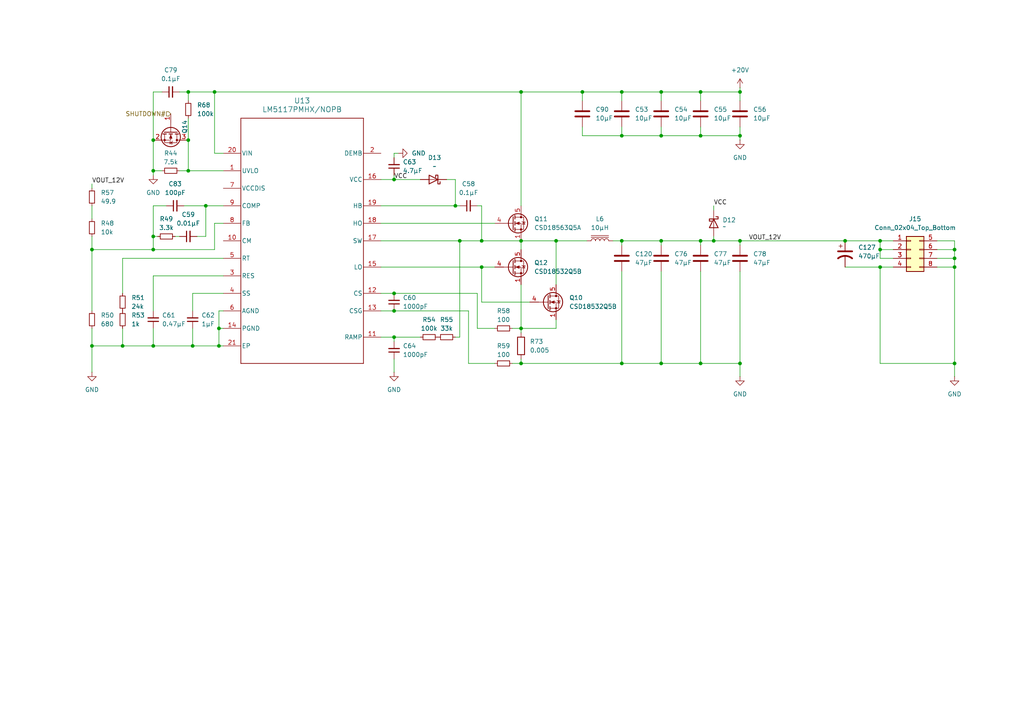
<source format=kicad_sch>
(kicad_sch (version 20231120) (generator "eeschema") (generator_version "8.0")
  (paper "A4")
  (lib_symbols
    (symbol "Connector_Generic:Conn_02x04_Top_Bottom" (pin_names (offset 1.016) hide)
      (property "Reference" "J" (at 1.27 5.08 0))
      (property "Value" "Conn_02x04_Top_Bottom" (at 1.27 -7.62 0))
      (symbol "Conn_02x04_Top_Bottom_1_1"
        (rectangle (start -1.27 -4.953) (end 0 -5.207) (stroke (width 0.1524)))
        (rectangle (start -1.27 -2.413) (end 0 -2.667) (stroke (width 0.1524)))
        (rectangle (start -1.27 0.127) (end 0 -0.127) (stroke (width 0.1524)))
        (rectangle (start -1.27 2.667) (end 0 2.413) (stroke (width 0.1524)))
        (rectangle (start -1.27 3.81) (end 3.81 -6.35) (stroke (width 0.254)) (fill (type background)))
        (rectangle (start 3.81 -4.953) (end 2.54 -5.207) (stroke (width 0.1524)))
        (rectangle (start 3.81 -2.413) (end 2.54 -2.667) (stroke (width 0.1524)))
        (rectangle (start 3.81 0.127) (end 2.54 -0.127) (stroke (width 0.1524)))
        (rectangle (start 3.81 2.667) (end 2.54 2.413) (stroke (width 0.1524)))
        (pin passive line (at -5.08 2.54 0) (length 3.81) (name "Pin_1") (number "1"))
        (pin passive line (at -5.08 0 0) (length 3.81) (name "Pin_2") (number "2"))
        (pin passive line (at -5.08 -2.54 0) (length 3.81) (name "Pin_3") (number "3"))
        (pin passive line (at -5.08 -5.08 0) (length 3.81) (name "Pin_4") (number "4"))
        (pin passive line (at 7.62 2.54 180) (length 3.81) (name "Pin_5") (number "5"))
        (pin passive line (at 7.62 0 180) (length 3.81) (name "Pin_6") (number "6"))
        (pin passive line (at 7.62 -2.54 180) (length 3.81) (name "Pin_7") (number "7"))
        (pin passive line (at 7.62 -5.08 180) (length 3.81) (name "Pin_8") (number "8"))
      )
    )
    (symbol "Device:C" (pin_numbers hide) (pin_names (offset 0.254))
      (property "Reference" "C" (at 0.635 2.54 0))
      (property "Value" "C" (at 0.635 -2.54 0))
      (symbol "C_0_1"
        (polyline (pts (xy -2.032 -0.762) (xy 2.032 -0.762)) (stroke (width 0.508)))
        (polyline (pts (xy -2.032 0.762) (xy 2.032 0.762)) (stroke (width 0.508)))
      )
      (symbol "C_1_1"
        (pin passive line (at 0 3.81 270) (length 2.794) (name "~") (number "1"))
        (pin passive line (at 0 -3.81 90) (length 2.794) (name "~") (number "2"))
      )
    )
    (symbol "Device:C_Polarized_US" (pin_numbers hide) (pin_names (offset 0.254) hide)
      (property "Reference" "C" (at 0.635 2.54 0))
      (property "Value" "C_Polarized_US" (at 0.635 -2.54 0))
      (symbol "C_Polarized_US_0_1"
        (polyline (pts (xy -2.032 0.762) (xy 2.032 0.762)) (stroke (width 0.508)))
        (polyline (pts (xy -1.778 2.286) (xy -0.762 2.286)))
        (polyline (pts (xy -1.27 1.778) (xy -1.27 2.794)))
        (arc (start 2.032 -1.27) (mid 0 -0.5572) (end -2.032 -1.27) (stroke (width 0.508)))
      )
      (symbol "C_Polarized_US_1_1"
        (pin passive line (at 0 3.81 270) (length 2.794) (name "~") (number "1"))
        (pin passive line (at 0 -3.81 90) (length 3.302) (name "~") (number "2"))
      )
    )
    (symbol "Device:C_Small" (pin_numbers hide) (pin_names (offset 0.254) hide)
      (property "Reference" "C" (at 0.254 1.778 0))
      (property "Value" "C_Small" (at 0.254 -2.032 0))
      (symbol "C_Small_0_1"
        (polyline (pts (xy -1.524 -0.508) (xy 1.524 -0.508)) (stroke (width 0.3302)))
        (polyline (pts (xy -1.524 0.508) (xy 1.524 0.508)) (stroke (width 0.3048)))
      )
      (symbol "C_Small_1_1"
        (pin passive line (at 0 2.54 270) (length 2.032) (name "~") (number "1"))
        (pin passive line (at 0 -2.54 90) (length 2.032) (name "~") (number "2"))
      )
    )
    (symbol "Device:D_Schottky" (pin_numbers hide) (pin_names (offset 1.016) hide)
      (property "Reference" "D" (at 0 2.54 0))
      (property "Value" "D_Schottky" (at 0 -2.54 0))
      (symbol "D_Schottky_0_1"
        (polyline (pts (xy 1.27 0) (xy -1.27 0)))
        (polyline (pts (xy 1.27 1.27) (xy 1.27 -1.27) (xy -1.27 0) (xy 1.27 1.27)) (stroke (width 0.254)))
        (polyline (pts (xy -1.905 0.635) (xy -1.905 1.27) (xy -1.27 1.27) (xy -1.27 -1.27) (xy -0.635 -1.27) (xy -0.635 -0.635)) (stroke (width 0.254)))
      )
      (symbol "D_Schottky_1_1"
        (pin passive line (at -3.81 0 0) (length 2.54) (name "K") (number "1"))
        (pin passive line (at 3.81 0 180) (length 2.54) (name "A") (number "2"))
      )
    )
    (symbol "Device:L_Iron" (pin_numbers hide) (pin_names (offset 1.016) hide)
      (property "Reference" "L" (at -1.27 0 90))
      (property "Value" "L_Iron" (at 2.794 0 90))
      (symbol "L_Iron_0_1"
        (arc (start 0 -2.54) (mid 0.6323 -1.905) (end 0 -1.27))
        (arc (start 0 -1.27) (mid 0.6323 -0.635) (end 0 0))
        (polyline (pts (xy 1.016 2.54) (xy 1.016 -2.54)))
        (polyline (pts (xy 1.524 -2.54) (xy 1.524 2.54)))
        (arc (start 0 0) (mid 0.6323 0.635) (end 0 1.27))
        (arc (start 0 1.27) (mid 0.6323 1.905) (end 0 2.54))
      )
      (symbol "L_Iron_1_1"
        (pin passive line (at 0 3.81 270) (length 1.27) (name "1") (number "1"))
        (pin passive line (at 0 -3.81 90) (length 1.27) (name "2") (number "2"))
      )
    )
    (symbol "Device:R" (pin_numbers hide) (pin_names (offset 0))
      (property "Reference" "R" (at 2.032 0 90))
      (property "Value" "R" (at 0 0 90))
      (symbol "R_0_1"
        (rectangle (start -1.016 -2.54) (end 1.016 2.54) (stroke (width 0.254)))
      )
      (symbol "R_1_1"
        (pin passive line (at 0 3.81 270) (length 1.27) (name "~") (number "1"))
        (pin passive line (at 0 -3.81 90) (length 1.27) (name "~") (number "2"))
      )
    )
    (symbol "Device:R_Small" (pin_numbers hide) (pin_names (offset 0.254) hide)
      (property "Reference" "R" (at 0.762 0.508 0))
      (property "Value" "R_Small" (at 0.762 -1.016 0))
      (symbol "R_Small_0_1"
        (rectangle (start -0.762 1.778) (end 0.762 -1.778) (stroke (width 0.2032)))
      )
      (symbol "R_Small_1_1"
        (pin passive line (at 0 2.54 270) (length 0.762) (name "~") (number "1"))
        (pin passive line (at 0 -2.54 90) (length 0.762) (name "~") (number "2"))
      )
    )
    (symbol "LM5117PMH:LM5117PMH_NOPB" (pin_names (offset 0.254))
      (property "Reference" "U" (at 0 2.54 0))
      (property "Value" "LM5117PMH/NOPB" (at 0 0 0))
      (symbol "LM5117PMH_NOPB_0_1"
        (polyline (pts (xy -17.78 -35.56) (xy 17.78 -35.56)) (stroke (width 0.2032)))
        (polyline (pts (xy -17.78 35.56) (xy -17.78 -35.56)) (stroke (width 0.2032)))
        (polyline (pts (xy 17.78 -35.56) (xy 17.78 35.56)) (stroke (width 0.2032)))
        (polyline (pts (xy 17.78 35.56) (xy -17.78 35.56)) (stroke (width 0.2032)))
        (pin input line (at -22.86 20.32 0) (length 5.08) (name "UVLO") (number "1"))
        (pin output line (at -22.86 0 0) (length 5.08) (name "CM") (number "10"))
        (pin input line (at 22.86 -27.94 180) (length 5.08) (name "RAMP") (number "11"))
        (pin input line (at 22.86 -15.24 180) (length 5.08) (name "CS") (number "12"))
        (pin input line (at 22.86 -20.32 180) (length 5.08) (name "CSG") (number "13"))
        (pin power_in line (at -22.86 -25.4 0) (length 5.08) (name "PGND") (number "14"))
        (pin output line (at 22.86 -7.62 180) (length 5.08) (name "LO") (number "15"))
        (pin power_in line (at 22.86 17.78 180) (length 5.08) (name "VCC") (number "16"))
        (pin power_in line (at 22.86 0 180) (length 5.08) (name "SW") (number "17"))
        (pin output line (at 22.86 5.08 180) (length 5.08) (name "HO") (number "18"))
        (pin output line (at 22.86 10.16 180) (length 5.08) (name "HB") (number "19"))
        (pin unspecified line (at 22.86 25.4 180) (length 5.08) (name "DEMB") (number "2"))
        (pin power_in line (at -22.86 25.4 0) (length 5.08) (name "VIN") (number "20"))
        (pin unspecified line (at -22.86 -30.48 0) (length 5.08) (name "EP") (number "21"))
        (pin input line (at -22.86 -10.16 0) (length 5.08) (name "RES") (number "3"))
        (pin input line (at -22.86 -15.24 0) (length 5.08) (name "SS") (number "4"))
        (pin input line (at -22.86 -5.08 0) (length 5.08) (name "RT") (number "5"))
        (pin power_in line (at -22.86 -20.32 0) (length 5.08) (name "AGND") (number "6"))
        (pin unspecified line (at -22.86 15.24 0) (length 5.08) (name "VCCDIS") (number "7"))
        (pin input line (at -22.86 5.08 0) (length 5.08) (name "FB") (number "8"))
        (pin output line (at -22.86 10.16 0) (length 5.08) (name "COMP") (number "9"))
      )
    )
    (symbol "Transistor_FET:BSS214NW" (pin_names hide)
      (property "Reference" "Q" (at 5.08 1.905 0))
      (property "Value" "BSS214NW" (at 5.08 0 0))
      (symbol "BSS214NW_0_1"
        (polyline (pts (xy 0.254 0) (xy -2.54 0)))
        (polyline (pts (xy 0.254 1.905) (xy 0.254 -1.905)) (stroke (width 0.254)))
        (polyline (pts (xy 0.762 -1.27) (xy 0.762 -2.286)) (stroke (width 0.254)))
        (polyline (pts (xy 0.762 0.508) (xy 0.762 -0.508)) (stroke (width 0.254)))
        (polyline (pts (xy 0.762 2.286) (xy 0.762 1.27)) (stroke (width 0.254)))
        (polyline (pts (xy 2.54 2.54) (xy 2.54 1.778)))
        (polyline (pts (xy 2.54 -2.54) (xy 2.54 0) (xy 0.762 0)))
        (polyline (pts (xy 0.762 -1.778) (xy 3.302 -1.778) (xy 3.302 1.778) (xy 0.762 1.778)))
        (polyline (pts (xy 1.016 0) (xy 2.032 0.381) (xy 2.032 -0.381) (xy 1.016 0)) (fill (type outline)))
        (polyline (pts (xy 2.794 0.508) (xy 2.921 0.381) (xy 3.683 0.381) (xy 3.81 0.254)))
        (polyline (pts (xy 3.302 0.381) (xy 2.921 -0.254) (xy 3.683 -0.254) (xy 3.302 0.381)))
        (circle (center 1.651 0) (radius 2.794) (stroke (width 0.254)))
        (circle (center 2.54 -1.778) (radius 0.254) (fill (type outline)))
        (circle (center 2.54 1.778) (radius 0.254) (fill (type outline)))
      )
      (symbol "BSS214NW_1_1"
        (pin input line (at -5.08 0 0) (length 2.54) (name "G") (number "1"))
        (pin passive line (at 2.54 -5.08 90) (length 2.54) (name "S") (number "2"))
        (pin passive line (at 2.54 5.08 270) (length 2.54) (name "D") (number "3"))
      )
    )
    (symbol "Transistor_FET:CSD18532Q5B" (pin_names hide)
      (property "Reference" "Q" (at 5.08 1.905 0))
      (property "Value" "CSD18532Q5B" (at 5.08 0 0))
      (symbol "CSD18532Q5B_0_1"
        (polyline (pts (xy 0.254 0) (xy -2.54 0)))
        (polyline (pts (xy 0.254 1.905) (xy 0.254 -1.905)) (stroke (width 0.254)))
        (polyline (pts (xy 0.762 -1.27) (xy 0.762 -2.286)) (stroke (width 0.254)))
        (polyline (pts (xy 0.762 0.508) (xy 0.762 -0.508)) (stroke (width 0.254)))
        (polyline (pts (xy 0.762 2.286) (xy 0.762 1.27)) (stroke (width 0.254)))
        (polyline (pts (xy 2.54 2.54) (xy 2.54 1.778)))
        (polyline (pts (xy 2.54 -2.54) (xy 2.54 0) (xy 0.762 0)))
        (polyline (pts (xy 0.762 -1.778) (xy 3.302 -1.778) (xy 3.302 1.778) (xy 0.762 1.778)))
        (polyline (pts (xy 1.016 0) (xy 2.032 0.381) (xy 2.032 -0.381) (xy 1.016 0)) (fill (type outline)))
        (polyline (pts (xy 2.794 0.508) (xy 2.921 0.381) (xy 3.683 0.381) (xy 3.81 0.254)))
        (polyline (pts (xy 3.302 0.381) (xy 2.921 -0.254) (xy 3.683 -0.254) (xy 3.302 0.381)))
        (circle (center 1.651 0) (radius 2.794) (stroke (width 0.254)))
        (circle (center 2.54 -1.778) (radius 0.254) (fill (type outline)))
        (circle (center 2.54 1.778) (radius 0.254) (fill (type outline)))
      )
      (symbol "CSD18532Q5B_1_1"
        (pin passive line (at 2.54 -5.08 90) (length 2.54) (name "S") (number "1"))
        (pin passive line (at 2.54 -5.08 90) (length 2.54) hide (name "S") (number "2"))
        (pin passive line (at 2.54 -5.08 90) (length 2.54) hide (name "S") (number "3"))
        (pin passive line (at -5.08 0 0) (length 2.54) (name "G") (number "4"))
        (pin passive line (at 2.54 5.08 270) (length 2.54) (name "D") (number "5"))
      )
    )
    (symbol "Transistor_FET:CSD18563Q5A" (pin_names hide)
      (property "Reference" "Q" (at 5.08 1.905 0))
      (property "Value" "CSD18563Q5A" (at 5.08 0 0))
      (symbol "CSD18563Q5A_0_1"
        (polyline (pts (xy 0.254 0) (xy -2.54 0)))
        (polyline (pts (xy 0.254 1.905) (xy 0.254 -1.905)) (stroke (width 0.254)))
        (polyline (pts (xy 0.762 -1.27) (xy 0.762 -2.286)) (stroke (width 0.254)))
        (polyline (pts (xy 0.762 0.508) (xy 0.762 -0.508)) (stroke (width 0.254)))
        (polyline (pts (xy 0.762 2.286) (xy 0.762 1.27)) (stroke (width 0.254)))
        (polyline (pts (xy 2.54 2.54) (xy 2.54 1.778)))
        (polyline (pts (xy 2.54 -2.54) (xy 2.54 0) (xy 0.762 0)))
        (polyline (pts (xy 0.762 -1.778) (xy 3.302 -1.778) (xy 3.302 1.778) (xy 0.762 1.778)))
        (polyline (pts (xy 1.016 0) (xy 2.032 0.381) (xy 2.032 -0.381) (xy 1.016 0)) (fill (type outline)))
        (polyline (pts (xy 2.794 0.508) (xy 2.921 0.381) (xy 3.683 0.381) (xy 3.81 0.254)))
        (polyline (pts (xy 3.302 0.381) (xy 2.921 -0.254) (xy 3.683 -0.254) (xy 3.302 0.381)))
        (circle (center 1.651 0) (radius 2.794) (stroke (width 0.254)))
        (circle (center 2.54 -1.778) (radius 0.254) (fill (type outline)))
        (circle (center 2.54 1.778) (radius 0.254) (fill (type outline)))
      )
      (symbol "CSD18563Q5A_1_1"
        (pin passive line (at 2.54 -5.08 90) (length 2.54) (name "S") (number "1"))
        (pin passive line (at 2.54 -5.08 90) (length 2.54) hide (name "S") (number "2"))
        (pin passive line (at 2.54 -5.08 90) (length 2.54) hide (name "S") (number "3"))
        (pin passive line (at -5.08 0 0) (length 2.54) (name "G") (number "4"))
        (pin passive line (at 2.54 5.08 270) (length 2.54) (name "D") (number "5"))
      )
    )
    (symbol "XG_Mobile:+20V" (power) (pin_numbers hide) (pin_names (offset 0) hide)
      (property "Value" "+20V" (at 0 3.556 0))
      (symbol "+20V_0_1"
        (polyline (pts (xy -0.762 1.27) (xy 0 2.54)))
        (polyline (pts (xy 0 0) (xy 0 2.54)))
        (polyline (pts (xy 0 2.54) (xy 0.762 1.27)))
      )
      (symbol "+20V_1_1"
        (pin power_in line (at 0 0 90) (length 0) (name "~") (number "1"))
      )
    )
    (symbol "power:GND" (power) (pin_numbers hide) (pin_names (offset 0) hide)
      (property "Value" "GND" (at 0 -3.81 0))
      (symbol "GND_0_1"
        (polyline (pts (xy 0 0) (xy 0 -1.27) (xy 1.27 -1.27) (xy 0 -2.54) (xy -1.27 -1.27) (xy 0 -1.27)))
      )
      (symbol "GND_1_1"
        (pin power_in line (at 0 0 270) (length 0) (name "~") (number "1"))
      )
    )
  )
  (junction (at 59.69 59.69))
  (junction (at 203.2 105.41))
  (junction (at 44.45 100.33))
  (junction (at 44.45 40.64))
  (junction (at 191.77 39.37))
  (junction (at 151.13 105.41))
  (junction (at 35.56 100.33))
  (junction (at 255.27 69.85))
  (junction (at 207.01 69.85))
  (junction (at 168.91 26.67))
  (junction (at 203.2 69.85))
  (junction (at 63.5 95.25))
  (junction (at 54.61 26.67))
  (junction (at 180.34 39.37))
  (junction (at 180.34 26.67))
  (junction (at 276.86 77.47))
  (junction (at 255.27 77.47))
  (junction (at 139.7 69.85))
  (junction (at 276.86 105.41))
  (junction (at 114.3 97.79))
  (junction (at 114.3 85.09))
  (junction (at 214.63 105.41))
  (junction (at 214.63 69.85))
  (junction (at 26.67 100.33))
  (junction (at 161.29 69.85))
  (junction (at 54.61 49.53))
  (junction (at 191.77 69.85))
  (junction (at 114.3 52.07))
  (junction (at 180.34 69.85))
  (junction (at 151.13 26.67))
  (junction (at 26.67 72.39))
  (junction (at 114.3 90.17))
  (junction (at 139.7 77.47))
  (junction (at 55.88 100.33))
  (junction (at 276.86 72.39))
  (junction (at 63.5 100.33))
  (junction (at 191.77 105.41))
  (junction (at 214.63 26.67))
  (junction (at 151.13 69.85))
  (junction (at 203.2 26.67))
  (junction (at 54.61 40.64))
  (junction (at 44.45 68.58))
  (junction (at 132.08 59.69))
  (junction (at 255.27 72.39))
  (junction (at 214.63 39.37))
  (junction (at 191.77 26.67))
  (junction (at 203.2 39.37))
  (junction (at 44.45 49.53))
  (junction (at 245.11 69.85))
  (junction (at 62.23 26.67))
  (junction (at 180.34 105.41))
  (junction (at 133.35 69.85))
  (junction (at 276.86 74.93))
  (junction (at 44.45 72.39))
  (junction (at 151.13 95.25))
  (wire (pts (xy 191.77 69.85) (xy 203.2 69.85)))
  (wire (pts (xy 168.91 39.37) (xy 180.34 39.37)))
  (wire (pts (xy 50.8 68.58) (xy 52.07 68.58)))
  (wire (pts (xy 55.88 85.09) (xy 55.88 90.17)))
  (wire (pts (xy 64.77 85.09) (xy 55.88 85.09)))
  (wire (pts (xy 191.77 36.83) (xy 191.77 39.37)))
  (wire (pts (xy 207.01 59.69) (xy 207.01 60.96)))
  (wire (pts (xy 255.27 69.85) (xy 259.08 69.85)))
  (wire (pts (xy 135.89 105.41) (xy 135.89 90.17)))
  (wire (pts (xy 161.29 69.85) (xy 151.13 69.85)))
  (wire (pts (xy 135.89 105.41) (xy 143.51 105.41)))
  (wire (pts (xy 114.3 45.72) (xy 114.3 44.45)))
  (wire (pts (xy 44.45 95.25) (xy 44.45 100.33)))
  (wire (pts (xy 62.23 26.67) (xy 151.13 26.67)))
  (wire (pts (xy 35.56 74.93) (xy 35.56 85.09)))
  (wire (pts (xy 203.2 29.21) (xy 203.2 26.67)))
  (wire (pts (xy 35.56 95.25) (xy 35.56 100.33)))
  (wire (pts (xy 255.27 105.41) (xy 276.86 105.41)))
  (wire (pts (xy 259.08 72.39) (xy 255.27 72.39)))
  (wire (pts (xy 26.67 72.39) (xy 26.67 90.17)))
  (wire (pts (xy 214.63 69.85) (xy 214.63 71.12)))
  (wire (pts (xy 44.45 80.01) (xy 44.45 90.17)))
  (wire (pts (xy 114.3 44.45) (xy 115.57 44.45)))
  (wire (pts (xy 129.54 52.07) (xy 132.08 52.07)))
  (wire (pts (xy 271.78 69.85) (xy 276.86 69.85)))
  (wire (pts (xy 191.77 39.37) (xy 203.2 39.37)))
  (wire (pts (xy 59.69 59.69) (xy 64.77 59.69)))
  (wire (pts (xy 110.49 77.47) (xy 139.7 77.47)))
  (wire (pts (xy 55.88 95.25) (xy 55.88 100.33)))
  (wire (pts (xy 139.7 87.63) (xy 153.67 87.63)))
  (wire (pts (xy 44.45 26.67) (xy 44.45 40.64)))
  (wire (pts (xy 151.13 26.67) (xy 151.13 59.69)))
  (wire (pts (xy 180.34 26.67) (xy 191.77 26.67)))
  (wire (pts (xy 214.63 69.85) (xy 245.11 69.85)))
  (wire (pts (xy 44.45 68.58) (xy 45.72 68.58)))
  (wire (pts (xy 139.7 77.47) (xy 143.51 77.47)))
  (wire (pts (xy 180.34 69.85) (xy 180.34 71.12)))
  (wire (pts (xy 114.3 85.09) (xy 138.43 85.09)))
  (wire (pts (xy 133.35 69.85) (xy 110.49 69.85)))
  (wire (pts (xy 139.7 77.47) (xy 139.7 87.63)))
  (wire (pts (xy 276.86 105.41) (xy 276.86 109.22)))
  (wire (pts (xy 114.3 97.79) (xy 114.3 99.06)))
  (wire (pts (xy 161.29 82.55) (xy 161.29 69.85)))
  (wire (pts (xy 63.5 95.25) (xy 64.77 95.25)))
  (wire (pts (xy 214.63 78.74) (xy 214.63 105.41)))
  (wire (pts (xy 180.34 105.41) (xy 151.13 105.41)))
  (wire (pts (xy 255.27 77.47) (xy 255.27 105.41)))
  (wire (pts (xy 180.34 39.37) (xy 191.77 39.37)))
  (wire (pts (xy 276.86 74.93) (xy 276.86 77.47)))
  (wire (pts (xy 110.49 85.09) (xy 114.3 85.09)))
  (wire (pts (xy 63.5 100.33) (xy 64.77 100.33)))
  (wire (pts (xy 63.5 90.17) (xy 63.5 95.25)))
  (wire (pts (xy 26.67 72.39) (xy 44.45 72.39)))
  (wire (pts (xy 62.23 64.77) (xy 62.23 72.39)))
  (wire (pts (xy 180.34 36.83) (xy 180.34 39.37)))
  (wire (pts (xy 44.45 59.69) (xy 44.45 68.58)))
  (wire (pts (xy 46.99 26.67) (xy 44.45 26.67)))
  (wire (pts (xy 132.08 97.79) (xy 133.35 97.79)))
  (wire (pts (xy 168.91 36.83) (xy 168.91 39.37)))
  (wire (pts (xy 151.13 95.25) (xy 148.59 95.25)))
  (wire (pts (xy 203.2 69.85) (xy 207.01 69.85)))
  (wire (pts (xy 271.78 77.47) (xy 276.86 77.47)))
  (wire (pts (xy 203.2 69.85) (xy 203.2 71.12)))
  (wire (pts (xy 255.27 74.93) (xy 255.27 72.39)))
  (wire (pts (xy 177.8 69.85) (xy 180.34 69.85)))
  (wire (pts (xy 276.86 72.39) (xy 276.86 74.93)))
  (wire (pts (xy 57.15 68.58) (xy 59.69 68.58)))
  (wire (pts (xy 133.35 97.79) (xy 133.35 69.85)))
  (wire (pts (xy 191.77 105.41) (xy 180.34 105.41)))
  (wire (pts (xy 110.49 97.79) (xy 114.3 97.79)))
  (wire (pts (xy 63.5 95.25) (xy 63.5 100.33)))
  (wire (pts (xy 44.45 100.33) (xy 35.56 100.33)))
  (wire (pts (xy 133.35 69.85) (xy 139.7 69.85)))
  (wire (pts (xy 44.45 68.58) (xy 44.45 72.39)))
  (wire (pts (xy 255.27 77.47) (xy 259.08 77.47)))
  (wire (pts (xy 214.63 105.41) (xy 203.2 105.41)))
  (wire (pts (xy 52.07 26.67) (xy 54.61 26.67)))
  (wire (pts (xy 64.77 80.01) (xy 44.45 80.01)))
  (wire (pts (xy 64.77 74.93) (xy 35.56 74.93)))
  (wire (pts (xy 276.86 77.47) (xy 276.86 105.41)))
  (wire (pts (xy 180.34 29.21) (xy 180.34 26.67)))
  (wire (pts (xy 35.56 100.33) (xy 26.67 100.33)))
  (wire (pts (xy 64.77 90.17) (xy 63.5 90.17)))
  (wire (pts (xy 207.01 68.58) (xy 207.01 69.85)))
  (wire (pts (xy 151.13 96.52) (xy 151.13 95.25)))
  (wire (pts (xy 114.3 104.14) (xy 114.3 107.95)))
  (wire (pts (xy 114.3 97.79) (xy 121.92 97.79)))
  (wire (pts (xy 138.43 95.25) (xy 143.51 95.25)))
  (wire (pts (xy 110.49 90.17) (xy 114.3 90.17)))
  (wire (pts (xy 161.29 69.85) (xy 170.18 69.85)))
  (wire (pts (xy 26.67 95.25) (xy 26.67 100.33)))
  (wire (pts (xy 54.61 26.67) (xy 54.61 29.21)))
  (wire (pts (xy 138.43 85.09) (xy 138.43 95.25)))
  (wire (pts (xy 191.77 26.67) (xy 203.2 26.67)))
  (wire (pts (xy 271.78 72.39) (xy 276.86 72.39)))
  (wire (pts (xy 151.13 105.41) (xy 148.59 105.41)))
  (wire (pts (xy 151.13 95.25) (xy 161.29 95.25)))
  (wire (pts (xy 168.91 26.67) (xy 180.34 26.67)))
  (wire (pts (xy 54.61 49.53) (xy 64.77 49.53)))
  (wire (pts (xy 139.7 69.85) (xy 151.13 69.85)))
  (wire (pts (xy 276.86 69.85) (xy 276.86 72.39)))
  (wire (pts (xy 26.67 100.33) (xy 26.67 107.95)))
  (wire (pts (xy 259.08 74.93) (xy 255.27 74.93)))
  (wire (pts (xy 168.91 29.21) (xy 168.91 26.67)))
  (wire (pts (xy 44.45 72.39) (xy 62.23 72.39)))
  (wire (pts (xy 64.77 64.77) (xy 62.23 64.77)))
  (wire (pts (xy 271.78 74.93) (xy 276.86 74.93)))
  (wire (pts (xy 191.77 69.85) (xy 191.77 71.12)))
  (wire (pts (xy 110.49 64.77) (xy 143.51 64.77)))
  (wire (pts (xy 203.2 39.37) (xy 214.63 39.37)))
  (wire (pts (xy 191.77 29.21) (xy 191.77 26.67)))
  (wire (pts (xy 64.77 44.45) (xy 62.23 44.45)))
  (wire (pts (xy 245.11 69.85) (xy 255.27 69.85)))
  (wire (pts (xy 132.08 52.07) (xy 132.08 59.69)))
  (wire (pts (xy 54.61 40.64) (xy 54.61 49.53)))
  (wire (pts (xy 151.13 104.14) (xy 151.13 105.41)))
  (wire (pts (xy 48.26 59.69) (xy 44.45 59.69)))
  (wire (pts (xy 214.63 29.21) (xy 214.63 26.67)))
  (wire (pts (xy 180.34 69.85) (xy 191.77 69.85)))
  (wire (pts (xy 245.11 77.47) (xy 255.27 77.47)))
  (wire (pts (xy 207.01 69.85) (xy 214.63 69.85)))
  (wire (pts (xy 63.5 100.33) (xy 55.88 100.33)))
  (wire (pts (xy 44.45 40.64) (xy 44.45 49.53)))
  (wire (pts (xy 214.63 36.83) (xy 214.63 39.37)))
  (wire (pts (xy 214.63 25.4) (xy 214.63 26.67)))
  (wire (pts (xy 151.13 82.55) (xy 151.13 95.25)))
  (wire (pts (xy 161.29 95.25) (xy 161.29 92.71)))
  (wire (pts (xy 59.69 68.58) (xy 59.69 59.69)))
  (wire (pts (xy 214.63 39.37) (xy 214.63 40.64)))
  (wire (pts (xy 53.34 59.69) (xy 59.69 59.69)))
  (wire (pts (xy 132.08 59.69) (xy 133.35 59.69)))
  (wire (pts (xy 214.63 105.41) (xy 214.63 109.22)))
  (wire (pts (xy 203.2 26.67) (xy 214.63 26.67)))
  (wire (pts (xy 203.2 105.41) (xy 191.77 105.41)))
  (wire (pts (xy 138.43 59.69) (xy 139.7 59.69)))
  (wire (pts (xy 191.77 78.74) (xy 191.77 105.41)))
  (wire (pts (xy 139.7 59.69) (xy 139.7 69.85)))
  (wire (pts (xy 26.67 68.58) (xy 26.67 72.39)))
  (wire (pts (xy 180.34 78.74) (xy 180.34 105.41)))
  (wire (pts (xy 62.23 26.67) (xy 54.61 26.67)))
  (wire (pts (xy 44.45 49.53) (xy 44.45 50.8)))
  (wire (pts (xy 203.2 78.74) (xy 203.2 105.41)))
  (wire (pts (xy 110.49 59.69) (xy 132.08 59.69)))
  (wire (pts (xy 114.3 52.07) (xy 121.92 52.07)))
  (wire (pts (xy 110.49 52.07) (xy 114.3 52.07)))
  (wire (pts (xy 168.91 26.67) (xy 151.13 26.67)))
  (wire (pts (xy 114.3 52.07) (xy 114.3 50.8)))
  (wire (pts (xy 151.13 69.85) (xy 151.13 72.39)))
  (wire (pts (xy 62.23 44.45) (xy 62.23 26.67)))
  (wire (pts (xy 255.27 72.39) (xy 255.27 69.85)))
  (wire (pts (xy 52.07 49.53) (xy 54.61 49.53)))
  (wire (pts (xy 55.88 100.33) (xy 44.45 100.33)))
  (wire (pts (xy 26.67 53.34) (xy 26.67 54.61)))
  (wire (pts (xy 135.89 90.17) (xy 114.3 90.17)))
  (wire (pts (xy 44.45 49.53) (xy 46.99 49.53)))
  (wire (pts (xy 54.61 34.29) (xy 54.61 40.64)))
  (wire (pts (xy 26.67 59.69) (xy 26.67 63.5)))
  (wire (pts (xy 203.2 36.83) (xy 203.2 39.37)))
  (label "VOUT_12V" (at 26.67 53.34 0))
  (label "VOUT_12V" (at 217.17 69.85 0))
  (label "VCC" (at 114.3 52.07 0))
  (label "VCC" (at 207.01 59.69 0))
  (hierarchical_label "SHUTDOWN#" (shape input) (at 49.53 33.02 180))
  (symbol (lib_id "LM5117PMH:LM5117PMH_NOPB") (at 87.63 69.85 0) (unit 1)
    (property "Reference" "U13" (at 87.63 29.21 0) (effects (font (size 1.524 1.524))))
    (property "Value" "LM5117PMHX/NOPB" (at 87.63 31.75 0) (effects (font (size 1.524 1.524))))
    (property "Footprint" "LM5117PMH:PWP0020A_N" (effects (hide yes)))
    (property "Datasheet" "LM5117PMH/NOPB" (effects (hide yes)))
    (property "Part_Number" "LM5117PMHX/NOPB" (effects (hide yes)))
    (property "LCSC" "C390088" (effects (hide yes)))
    (instances (project "XG_Mobile_Dock" (path "" (reference "U13") (unit 1)) (path "" (reference "U10") (unit 1))))
  )
  (symbol (lib_id "XG_Mobile:+20V") (at 214.63 25.4 0) (unit 1)
    (property "Reference" "#PWR060" (effects (hide yes)))
    (property "Value" "+20V" (at 214.63 20.32 0))
    (property "Description" "Power symbol creates a global label with name \"+20V\"" (effects (hide yes)))
    (instances (project "XG_Mobile_Dock" (path "" (reference "#PWR060") (unit 1)) (path "" (reference "#PWR045") (unit 1))))
  )
  (symbol (lib_id "Transistor_FET:BSS214NW") (at 49.53 38.1 270) (unit 1)
    (property "Reference" "Q14" (at 53.594 34.798 0) (effects (justify left)))
    (property "Value" "2N7002W" (effects (hide yes)))
    (property "Footprint" "2N7002W:SOT-323-3_L2.0-W1.3-P1.30-LS2.1-BR" (effects (hide yes)))
    (property "Part_Number" "2N7002W" (effects (hide yes)))
    (property "LCSC" "C7420322" (effects (hide yes)))
    (instances (project "XG_Mobile_Dock" (path "" (reference "Q14") (unit 1)) (path "" (reference "Q15") (unit 1))))
  )
  (symbol (lib_id "Device:C") (at 168.91 33.02 0) (unit 1)
    (property "Reference" "C90" (at 172.72 31.7499 0) (effects (justify left)))
    (property "Value" "10µF" (at 172.72 34.2899 0) (effects (justify left)))
    (property "Footprint" "Capacitor_SMD:C_1210_3225Metric_Pad1.33x2.70mm_HandSolder" (effects (hide yes)))
    (property "Description" "Unpolarized capacitor" (effects (hide yes)))
    (property "Part_Number" "GRM32ER71H106KA12L " (effects (hide yes)))
    (property "LCSC" "C77102" (effects (hide yes)))
    (instances (project "XG_Mobile_Dock" (path "" (reference "C90") (unit 1)) (path "" (reference "C52") (unit 1))))
  )
  (symbol (lib_id "power:GND") (at 214.63 40.64 0) (unit 1)
    (property "Reference" "#PWR037" (effects (hide yes)))
    (property "Value" "GND" (at 214.63 45.72 0))
    (property "Description" "Power symbol creates a global label with name \"GND\" , ground" (effects (hide yes)))
    (instances (project "XG_Mobile_Dock" (path "" (reference "#PWR037") (unit 1)) (path "" (reference "#PWR061") (unit 1))))
  )
  (symbol (lib_id "Device:C") (at 203.2 33.02 0) (unit 1)
    (property "Reference" "C55" (at 207.01 31.7499 0) (effects (justify left)))
    (property "Value" "10µF" (at 207.01 34.2899 0) (effects (justify left)))
    (property "Footprint" "Capacitor_SMD:C_1210_3225Metric_Pad1.33x2.70mm_HandSolder" (effects (hide yes)))
    (property "Description" "Unpolarized capacitor" (effects (hide yes)))
    (property "Part_Number" "GRM32ER71H106KA12L " (effects (hide yes)))
    (property "LCSC" "C77102" (effects (hide yes)))
    (instances (project "XG_Mobile_Dock" (path "" (reference "C55") (unit 1)) (path "" (reference "C123") (unit 1))))
  )
  (symbol (lib_id "Device:C") (at 214.63 33.02 0) (unit 1)
    (property "Reference" "C56" (at 218.44 31.7499 0) (effects (justify left)))
    (property "Value" "10µF" (at 218.44 34.2899 0) (effects (justify left)))
    (property "Footprint" "Capacitor_SMD:C_1210_3225Metric_Pad1.33x2.70mm_HandSolder" (effects (hide yes)))
    (property "Description" "Unpolarized capacitor" (effects (hide yes)))
    (property "Part_Number" "GRM32ER71H106KA12L " (effects (hide yes)))
    (property "LCSC" "C77102" (effects (hide yes)))
    (instances (project "XG_Mobile_Dock" (path "" (reference "C56") (unit 1)) (path "" (reference "C125") (unit 1))))
  )
  (symbol (lib_id "Device:R_Small") (at 49.53 49.53 90) (unit 1)
    (property "Reference" "R44" (at 49.53 44.45 90))
    (property "Value" "7.5k" (at 49.53 46.99 90))
    (property "Footprint" "Resistor_SMD:R_0402_1005Metric" (effects (hide yes)))
    (property "Description" "Resistor, small symbol" (effects (hide yes)))
    (property "Part_Number" "0402WGF7501TCE" (effects (hide yes)))
    (property "LCSC" "C25918" (effects (hide yes)))
    (instances (project "XG_Mobile_Dock" (path "" (reference "R44") (unit 1)) (path "" (reference "R67") (unit 1))))
  )
  (symbol (lib_id "Device:C_Small") (at 54.61 68.58 90) (unit 1)
    (property "Reference" "C59" (at 54.6163 62.23 90))
    (property "Value" "0.01µF" (at 54.6163 64.77 90))
    (property "Footprint" "Capacitor_SMD:C_0402_1005Metric" (effects (hide yes)))
    (property "Description" "Unpolarized capacitor, small symbol" (effects (hide yes)))
    (property "Part_Number" "CL05B103KB5NNNC" (effects (hide yes)))
    (property "LCSC" "C15195" (effects (hide yes)))
    (instances (project "XG_Mobile_Dock" (path "" (reference "C59") (unit 1)) (path "" (reference "C84") (unit 1))))
  )
  (symbol (lib_id "Device:C_Small") (at 114.3 87.63 180) (unit 1)
    (property "Reference" "C60" (at 116.84 86.3535 0) (effects (justify right)))
    (property "Value" "1000pF" (at 116.84 88.8935 0) (effects (justify right)))
    (property "Footprint" "Capacitor_SMD:C_0402_1005Metric" (effects (hide yes)))
    (property "Description" "Unpolarized capacitor, small symbol" (effects (hide yes)))
    (property "Part_Number" "0402B102K500NT" (effects (hide yes)))
    (property "LCSC" "C1523" (effects (hide yes)))
    (instances (project "XG_Mobile_Dock" (path "" (reference "C60") (unit 1)) (path "" (reference "C87") (unit 1))))
  )
  (symbol (lib_id "Device:C") (at 191.77 33.02 0) (unit 1)
    (property "Reference" "C54" (at 195.58 31.7499 0) (effects (justify left)))
    (property "Value" "10µF" (at 195.58 34.2899 0) (effects (justify left)))
    (property "Footprint" "Capacitor_SMD:C_1210_3225Metric_Pad1.33x2.70mm_HandSolder" (effects (hide yes)))
    (property "Description" "Unpolarized capacitor" (effects (hide yes)))
    (property "Part_Number" "GRM32ER71H106KA12L " (effects (hide yes)))
    (property "LCSC" "C77102" (effects (hide yes)))
    (instances (project "XG_Mobile_Dock" (path "" (reference "C54") (unit 1)) (path "" (reference "C121") (unit 1))))
  )
  (symbol (lib_id "Device:C") (at 191.77 74.93 0) (unit 1)
    (property "Reference" "C76" (at 195.58 73.6599 0) (effects (justify left)))
    (property "Value" "47µF" (at 195.58 76.1999 0) (effects (justify left)))
    (property "Footprint" "Capacitor_SMD:C_1210_3225Metric_Pad1.33x2.70mm_HandSolder" (effects (hide yes)))
    (property "Description" "Unpolarized capacitor" (effects (hide yes)))
    (property "Part_Number" "C3216X5R1E476MTJ00E" (effects (hide yes)))
    (property "LCSC" "C76659" (effects (hide yes)))
    (instances (project "XG_Mobile_Dock" (path "" (reference "C76") (unit 1)) (path "" (reference "C122") (unit 1))))
  )
  (symbol (lib_id "power:GND") (at 26.67 107.95 0) (unit 1)
    (property "Reference" "#PWR043" (effects (hide yes)))
    (property "Value" "GND" (at 26.67 113.03 0))
    (property "Description" "Power symbol creates a global label with name \"GND\" , ground" (effects (hide yes)))
    (instances (project "XG_Mobile_Dock" (path "" (reference "#PWR043") (unit 1)) (path "" (reference "#PWR056") (unit 1))))
  )
  (symbol (lib_id "Device:R") (at 151.13 100.33 0) (unit 1)
    (property "Reference" "R73" (at 153.67 99.0599 0) (effects (justify left)))
    (property "Value" "0.005" (at 153.67 101.5999 0) (effects (justify left)))
    (property "Footprint" "Resistor_SMD:R_1210_3225Metric_Pad1.30x2.65mm_HandSolder" (effects (hide yes)))
    (property "Description" "Resistor" (effects (hide yes)))
    (property "Part_Number" "PMR25HZPFU5L00" (effects (hide yes)))
    (property "LCSC" "C253508" (effects (hide yes)))
    (instances (project "XG_Mobile_Dock" (path "" (reference "R73") (unit 1)) (path "" (reference "R56") (unit 1))))
  )
  (symbol (lib_id "power:GND") (at 276.86 109.22 0) (unit 1)
    (property "Reference" "#PWR055" (effects (hide yes)))
    (property "Value" "GND" (at 276.86 114.3 0))
    (property "Description" "Power symbol creates a global label with name \"GND\" , ground" (effects (hide yes)))
    (instances (project "XG_Mobile_Dock" (path "" (reference "#PWR055") (unit 1)) (path "" (reference "#PWR063") (unit 1))))
  )
  (symbol (lib_id "Device:C_Small") (at 55.88 92.71 180) (unit 1)
    (property "Reference" "C62" (at 58.42 91.4335 0) (effects (justify right)))
    (property "Value" "1µF" (at 58.42 93.9735 0) (effects (justify right)))
    (property "Footprint" "Capacitor_SMD:C_0402_1005Metric" (effects (hide yes)))
    (property "Description" "Unpolarized capacitor, small symbol" (effects (hide yes)))
    (property "Part_Number" "CL05A105KA5NQNC" (effects (hide yes)))
    (property "LCSC" "C52923" (effects (hide yes)))
    (instances (project "XG_Mobile_Dock" (path "" (reference "C62") (unit 1)) (path "" (reference "C85") (unit 1))))
  )
  (symbol (lib_id "Device:C_Small") (at 135.89 59.69 90) (unit 1)
    (property "Reference" "C58" (at 135.8963 53.34 90))
    (property "Value" "0.1µF" (at 135.8963 55.88 90))
    (property "Footprint" "Capacitor_SMD:C_0402_1005Metric" (effects (hide yes)))
    (property "Description" "Unpolarized capacitor, small symbol" (effects (hide yes)))
    (property "Part_Number" "CL05B104KB54PNC" (effects (hide yes)))
    (property "LCSC" "C307331" (effects (hide yes)))
    (instances (project "XG_Mobile_Dock" (path "" (reference "C58") (unit 1)) (path "" (reference "C89") (unit 1))))
  )
  (symbol (lib_id "Device:R_Small") (at 54.61 31.75 0) (unit 1)
    (property "Reference" "R68" (at 57.15 30.4799 0) (effects (justify left)))
    (property "Value" "100k" (at 57.15 33.0199 0) (effects (justify left)))
    (property "Footprint" "Resistor_SMD:R_0402_1005Metric" (effects (hide yes)))
    (property "Description" "Resistor, small symbol" (effects (hide yes)))
    (property "Part_Number" "0402WGF1003TCE" (effects (hide yes)))
    (property "LCSC" "C25741" (effects (hide yes)))
    (instances (project "XG_Mobile_Dock" (path "" (reference "R68") (unit 1)) (path "" (reference "R43") (unit 1))))
  )
  (symbol (lib_id "Device:R_Small") (at 124.46 97.79 90) (unit 1)
    (property "Reference" "R54" (at 124.46 92.71 90))
    (property "Value" "100k" (at 124.46 95.25 90))
    (property "Footprint" "Resistor_SMD:R_0402_1005Metric" (effects (hide yes)))
    (property "Description" "Resistor, small symbol" (effects (hide yes)))
    (property "Part_Number" "0402WGF1003TCE" (effects (hide yes)))
    (property "LCSC" "C25741" (effects (hide yes)))
    (instances (project "XG_Mobile_Dock" (path "" (reference "R54") (unit 1)) (path "" (reference "R69") (unit 1))))
  )
  (symbol (lib_id "Device:R_Small") (at 35.56 92.71 0) (unit 1)
    (property "Reference" "R53" (at 38.1 91.4399 0) (effects (justify left)))
    (property "Value" "1k" (at 38.1 93.9799 0) (effects (justify left)))
    (property "Footprint" "Resistor_SMD:R_0402_1005Metric" (effects (hide yes)))
    (property "Description" "Resistor, small symbol" (effects (hide yes)))
    (property "Part_Number" "0402WGF1001TCE" (effects (hide yes)))
    (property "LCSC" "C11702" (effects (hide yes)))
    (instances (project "XG_Mobile_Dock" (path "" (reference "R53") (unit 1)) (path "" (reference "R65") (unit 1))))
  )
  (symbol (lib_id "Device:R_Small") (at 35.56 87.63 0) (unit 1)
    (property "Reference" "R51" (at 38.1 86.3599 0) (effects (justify left)))
    (property "Value" "24k" (at 38.1 88.8999 0) (effects (justify left)))
    (property "Footprint" "Resistor_SMD:R_0402_1005Metric" (effects (hide yes)))
    (property "Description" "Resistor, small symbol" (effects (hide yes)))
    (property "Part_Number" "0402WGF2402TCE" (effects (hide yes)))
    (property "LCSC" "C25769" (effects (hide yes)))
    (instances (project "XG_Mobile_Dock" (path "" (reference "R51") (unit 1)) (path "" (reference "R64") (unit 1))))
  )
  (symbol (lib_id "power:GND") (at 44.45 50.8 0) (unit 1)
    (property "Reference" "#PWR039" (effects (hide yes)))
    (property "Value" "GND" (at 44.45 55.88 0))
    (property "Description" "Power symbol creates a global label with name \"GND\" , ground" (effects (hide yes)))
    (instances (project "XG_Mobile_Dock" (path "" (reference "#PWR039") (unit 1)) (path "" (reference "#PWR057") (unit 1))))
  )
  (symbol (lib_id "Device:L_Iron") (at 173.99 69.85 90) (unit 1)
    (property "Reference" "L6" (at 173.99 63.5 90))
    (property "Value" "10µH" (at 173.99 66.04 90))
    (property "Footprint" "Inductor_SMD:L_Vishay_IHLP-6767" (effects (hide yes)))
    (property "Description" "Inductor with iron core" (effects (hide yes)))
    (property "Part_Number" "SMMS1770-100M" (effects (hide yes)))
    (property "LCSC" "C2976967" (effects (hide yes)))
    (instances (project "XG_Mobile_Dock" (path "" (reference "L6") (unit 1)) (path "" (reference "L5") (unit 1))))
  )
  (symbol (lib_id "Device:C") (at 180.34 33.02 0) (unit 1)
    (property "Reference" "C53" (at 184.15 31.7499 0) (effects (justify left)))
    (property "Value" "10µF" (at 184.15 34.2899 0) (effects (justify left)))
    (property "Footprint" "Capacitor_SMD:C_1210_3225Metric_Pad1.33x2.70mm_HandSolder" (effects (hide yes)))
    (property "Description" "Unpolarized capacitor" (effects (hide yes)))
    (property "Part_Number" "GRM32ER71H106KA12L " (effects (hide yes)))
    (property "LCSC" "C77102" (effects (hide yes)))
    (instances (project "XG_Mobile_Dock" (path "" (reference "C53") (unit 1)) (path "" (reference "C119") (unit 1))))
  )
  (symbol (lib_id "Device:C") (at 180.34 74.93 0) (unit 1)
    (property "Reference" "C120" (at 184.15 73.6599 0) (effects (justify left)))
    (property "Value" "47µF" (at 184.15 76.1999 0) (effects (justify left)))
    (property "Footprint" "Capacitor_SMD:C_1210_3225Metric_Pad1.33x2.70mm_HandSolder" (effects (hide yes)))
    (property "Description" "Unpolarized capacitor" (effects (hide yes)))
    (property "Part_Number" "C3216X5R1E476MTJ00E" (effects (hide yes)))
    (property "LCSC" "C76659" (effects (hide yes)))
    (instances (project "XG_Mobile_Dock" (path "" (reference "C120") (unit 1)) (path "" (reference "C75") (unit 1))))
  )
  (symbol (lib_id "Device:C_Small") (at 114.3 48.26 180) (unit 1)
    (property "Reference" "C63" (at 116.84 46.9835 0) (effects (justify right)))
    (property "Value" "4.7µF" (at 116.84 49.5235 0) (effects (justify right)))
    (property "Footprint" "Capacitor_SMD:C_0603_1608Metric" (effects (hide yes)))
    (property "Description" "Unpolarized capacitor, small symbol" (effects (hide yes)))
    (property "Part_Number" "CL10A475KO8NNNC" (effects (hide yes)))
    (property "LCSC" "C19666" (effects (hide yes)))
    (instances (project "XG_Mobile_Dock" (path "" (reference "C63") (unit 1)) (path "" (reference "C86") (unit 1))))
  )
  (symbol (lib_id "Device:C") (at 214.63 74.93 0) (unit 1)
    (property "Reference" "C78" (at 218.44 73.6599 0) (effects (justify left)))
    (property "Value" "47µF" (at 218.44 76.1999 0) (effects (justify left)))
    (property "Footprint" "Capacitor_SMD:C_1210_3225Metric_Pad1.33x2.70mm_HandSolder" (effects (hide yes)))
    (property "Description" "Unpolarized capacitor" (effects (hide yes)))
    (property "Part_Number" "C3216X5R1E476MTJ00E" (effects (hide yes)))
    (property "LCSC" "C76659" (effects (hide yes)))
    (instances (project "XG_Mobile_Dock" (path "" (reference "C78") (unit 1)) (path "" (reference "C126") (unit 1))))
  )
  (symbol (lib_id "Transistor_FET:CSD18563Q5A") (at 148.59 64.77 0) (unit 1)
    (property "Reference" "Q11" (at 154.94 63.4999 0) (effects (justify left)))
    (property "Value" "CSD18563Q5A" (at 154.94 66.0399 0) (effects (justify left)))
    (property "Footprint" "Package_TO_SOT_SMD:TDSON-8-1" (effects (hide yes)))
    (property "Datasheet" "http://www.ti.com/lit/gpn/csd18563q5a" (effects (hide yes)))
    (property "Description" "100A Id, 60V Vds, NexFET N-Channel Power MOSFET, 6.8mOhm Ron, 15nC Qg(typ), SON8 5x6mm" (effects (hide yes)))
    (property "Part_Number" "CSD18563Q5A" (effects (hide yes)))
    (property "LCSC" "C77239" (effects (hide yes)))
    (instances (project "XG_Mobile_Dock" (path "" (reference "Q11") (unit 1)) (path "" (reference "Q8") (unit 1))))
  )
  (symbol (lib_id "Device:D_Schottky") (at 125.73 52.07 180) (unit 1)
    (property "Reference" "D13" (at 126.0475 45.72 0))
    (property "Value" "~" (at 126.0475 48.26 0))
    (property "Footprint" "Diode_SMD:D_SOD-123F" (effects (hide yes)))
    (property "Description" "Schottky diode" (effects (hide yes)))
    (property "Part_Number" "DSL14" (effects (hide yes)))
    (property "LCSC" "C22466349" (effects (hide yes)))
    (instances (project "XG_Mobile_Dock" (path "" (reference "D13") (unit 1)) (path "" (reference "D11") (unit 1))))
  )
  (symbol (lib_id "Device:C_Small") (at 49.53 26.67 90) (unit 1)
    (property "Reference" "C79" (at 49.5363 20.32 90))
    (property "Value" "0.1µF" (at 49.5363 22.86 90))
    (property "Footprint" "Capacitor_SMD:C_0402_1005Metric" (effects (hide yes)))
    (property "Description" "Unpolarized capacitor, small symbol" (effects (hide yes)))
    (property "Part_Number" "CL05B104KB54PNC" (effects (hide yes)))
    (property "LCSC" "C307331" (effects (hide yes)))
    (instances (project "XG_Mobile_Dock" (path "" (reference "C79") (unit 1)) (path "" (reference "C82") (unit 1))))
  )
  (symbol (lib_id "Device:C_Small") (at 114.3 101.6 180) (unit 1)
    (property "Reference" "C64" (at 116.84 100.3235 0) (effects (justify right)))
    (property "Value" "1000pF" (at 116.84 102.8635 0) (effects (justify right)))
    (property "Footprint" "Capacitor_SMD:C_0402_1005Metric" (effects (hide yes)))
    (property "Description" "Unpolarized capacitor, small symbol" (effects (hide yes)))
    (property "Part_Number" "0402B102K500NT" (effects (hide yes)))
    (property "LCSC" "C1523" (effects (hide yes)))
    (instances (project "XG_Mobile_Dock" (path "" (reference "C64") (unit 1)) (path "" (reference "C88") (unit 1))))
  )
  (symbol (lib_id "Device:R_Small") (at 146.05 105.41 270) (unit 1)
    (property "Reference" "R59" (at 146.05 100.33 90))
    (property "Value" "100" (at 146.05 102.87 90))
    (property "Footprint" "Resistor_SMD:R_0402_1005Metric" (effects (hide yes)))
    (property "Description" "Resistor, small symbol" (effects (hide yes)))
    (property "Part_Number" "0402WGF1000TCE" (effects (hide yes)))
    (property "LCSC" "C25076" (effects (hide yes)))
    (instances (project "XG_Mobile_Dock" (path "" (reference "R59") (unit 1)) (path "" (reference "R72") (unit 1))))
  )
  (symbol (lib_id "Device:R_Small") (at 129.54 97.79 90) (unit 1)
    (property "Reference" "R55" (at 129.54 92.71 90))
    (property "Value" "33k" (at 129.54 95.25 90))
    (property "Footprint" "Resistor_SMD:R_0402_1005Metric" (effects (hide yes)))
    (property "Description" "Resistor, small symbol" (effects (hide yes)))
    (property "Part_Number" "0402WGF3302TCE" (effects (hide yes)))
    (property "LCSC" "C25779" (effects (hide yes)))
    (instances (project "XG_Mobile_Dock" (path "" (reference "R55") (unit 1)) (path "" (reference "R70") (unit 1))))
  )
  (symbol (lib_id "Device:C_Small") (at 50.8 59.69 90) (unit 1)
    (property "Reference" "C83" (at 50.8063 53.34 90))
    (property "Value" "100pF" (at 50.8063 55.88 90))
    (property "Footprint" "Capacitor_SMD:C_0402_1005Metric" (effects (hide yes)))
    (property "Description" "Unpolarized capacitor, small symbol" (effects (hide yes)))
    (property "Part_Number" "0402CG101J500NT" (effects (hide yes)))
    (property "LCSC" "C1546" (effects (hide yes)))
    (instances (project "XG_Mobile_Dock" (path "" (reference "C83") (unit 1)) (path "" (reference "C57") (unit 1))))
  )
  (symbol (lib_id "Device:R_Small") (at 26.67 57.15 180) (unit 1)
    (property "Reference" "R57" (at 29.21 55.8799 0) (effects (justify right)))
    (property "Value" "49.9" (at 29.21 58.4199 0) (effects (justify right)))
    (property "Footprint" "Resistor_SMD:R_0402_1005Metric" (effects (hide yes)))
    (property "Description" "Resistor, small symbol" (effects (hide yes)))
    (property "Part_Number" "0402WGF499JTCE" (effects (hide yes)))
    (property "LCSC" "C25120" (effects (hide yes)))
    (instances (project "XG_Mobile_Dock" (path "" (reference "R57") (unit 1)) (path "" (reference "R60") (unit 1))))
  )
  (symbol (lib_id "Device:D_Schottky") (at 207.01 64.77 270) (unit 1)
    (property "Reference" "D12" (at 209.55 63.8174 90) (effects (justify left)))
    (property "Value" "~" (at 209.55 65.7225 90) (effects (justify left)))
    (property "Footprint" "Diode_SMD:D_SOD-123F" (effects (hide yes)))
    (property "Description" "Schottky diode" (effects (hide yes)))
    (property "Part_Number" "DSL14" (effects (hide yes)))
    (property "LCSC" "C22466349" (effects (hide yes)))
    (instances (project "XG_Mobile_Dock" (path "" (reference "D12") (unit 1)) (path "" (reference "D14") (unit 1))))
  )
  (symbol (lib_id "Device:R_Small") (at 146.05 95.25 270) (unit 1)
    (property "Reference" "R58" (at 146.05 90.17 90))
    (property "Value" "100" (at 146.05 92.71 90))
    (property "Footprint" "Resistor_SMD:R_0402_1005Metric" (effects (hide yes)))
    (property "Description" "Resistor, small symbol" (effects (hide yes)))
    (property "Part_Number" "0402WGF1000TCE" (effects (hide yes)))
    (property "LCSC" "C25076" (effects (hide yes)))
    (instances (project "XG_Mobile_Dock" (path "" (reference "R58") (unit 1)) (path "" (reference "R71") (unit 1))))
  )
  (symbol (lib_id "Connector_Generic:Conn_02x04_Top_Bottom") (at 264.16 72.39 0) (unit 1)
    (property "Reference" "J15" (at 265.43 63.5 0))
    (property "Value" "Conn_02x04_Top_Bottom" (at 265.43 66.04 0))
    (property "Footprint" "0455860005:CON_455860005_MOL" (effects (hide yes)))
    (property "Description" "Generic connector, double row, 02x04, top/bottom pin numbering scheme (row 1: 1...pins_per_row, row2: pins_per_row+1 ... num_pins), script generated (kicad-library-utils/schlib/autogen/connector/)" (effects (hide yes)))
    (property "Part_Number" "0455860005" (effects (hide yes)))
    (property "LCSC" "C17693884" (effects (hide yes)))
    (instances (project "XG_Mobile_Dock" (path "" (reference "J15") (unit 1)) (path "" (reference "J14") (unit 1))))
  )
  (symbol (lib_id "Device:R_Small") (at 48.26 68.58 270) (unit 1)
    (property "Reference" "R49" (at 48.26 63.5 90))
    (property "Value" "3.3k" (at 48.26 66.04 90))
    (property "Footprint" "Resistor_SMD:R_0402_1005Metric" (effects (hide yes)))
    (property "Description" "Resistor, small symbol" (effects (hide yes)))
    (property "Part_Number" "0402WGF3301TCE" (effects (hide yes)))
    (property "LCSC" "C25890" (effects (hide yes)))
    (instances (project "XG_Mobile_Dock" (path "" (reference "R49") (unit 1)) (path "" (reference "R66") (unit 1))))
  )
  (symbol (lib_id "Device:C_Polarized_US") (at 245.11 73.66 0) (unit 1)
    (property "Reference" "C127" (at 248.92 71.7549 0) (effects (justify left)))
    (property "Value" "470µF" (at 248.92 74.2949 0) (effects (justify left)))
    (property "Footprint" "Capacitor_THT:CP_Radial_D10.0mm_P5.00mm" (effects (hide yes)))
    (property "Description" "Polarized capacitor, US symbol" (effects (hide yes)))
    (property "Part_Number" "EGT477M1HG16RRS0P" (effects (hide yes)))
    (property "LCSC" "C3015599" (effects (hide yes)))
    (instances (project "XG_Mobile_Dock" (path "" (reference "C127") (unit 1)) (path "" (reference "C80") (unit 1))))
  )
  (symbol (lib_id "Transistor_FET:CSD18532Q5B") (at 158.75 87.63 0) (unit 1)
    (property "Reference" "Q10" (at 165.1 86.3599 0) (effects (justify left)))
    (property "Value" "CSD18532Q5B" (at 165.1 88.8999 0) (effects (justify left)))
    (property "Footprint" "Package_TO_SOT_SMD:TDSON-8-1" (effects (hide yes)))
    (property "Datasheet" "http://www.ti.com/lit/gpn/csd18532q5b" (effects (hide yes)))
    (property "Description" "100A Id, 60V Vds, NexFET N-Channel Power MOSFET, 3.2mOhm Ron, 44nC Qg(typ), SON8 5x6mm" (effects (hide yes)))
    (property "Part_Number" "CSD18532Q5BT" (effects (hide yes)))
    (property "LCSC" "C2876541" (effects (hide yes)))
    (instances (project "XG_Mobile_Dock" (path "" (reference "Q10") (unit 1)) (path "" (reference "Q13") (unit 1))))
  )
  (symbol (lib_id "Transistor_FET:CSD18532Q5B") (at 148.59 77.47 0) (unit 1)
    (property "Reference" "Q12" (at 154.94 76.1999 0) (effects (justify left)))
    (property "Value" "CSD18532Q5B" (at 154.94 78.7399 0) (effects (justify left)))
    (property "Footprint" "Package_TO_SOT_SMD:TDSON-8-1" (effects (hide yes)))
    (property "Datasheet" "http://www.ti.com/lit/gpn/csd18532q5b" (effects (hide yes)))
    (property "Description" "100A Id, 60V Vds, NexFET N-Channel Power MOSFET, 3.2mOhm Ron, 44nC Qg(typ), SON8 5x6mm" (effects (hide yes)))
    (property "Part_Number" "CSD18532Q5BT" (effects (hide yes)))
    (property "LCSC" "C2876541" (effects (hide yes)))
    (instances (project "XG_Mobile_Dock" (path "" (reference "Q12") (unit 1)) (path "" (reference "Q9") (unit 1))))
  )
  (symbol (lib_id "Device:R_Small") (at 26.67 92.71 0) (unit 1)
    (property "Reference" "R50" (at 29.21 91.4399 0) (effects (justify left)))
    (property "Value" "680" (at 29.21 93.9799 0) (effects (justify left)))
    (property "Footprint" "Resistor_SMD:R_0402_1005Metric" (effects (hide yes)))
    (property "Description" "Resistor, small symbol" (effects (hide yes)))
    (property "Part_Number" "0402WGF6800TCE" (effects (hide yes)))
    (property "LCSC" "C25130" (effects (hide yes)))
    (instances (project "XG_Mobile_Dock" (path "" (reference "R50") (unit 1)) (path "" (reference "R62") (unit 1))))
  )
  (symbol (lib_id "Device:C") (at 203.2 74.93 0) (unit 1)
    (property "Reference" "C77" (at 207.01 73.6599 0) (effects (justify left)))
    (property "Value" "47µF" (at 207.01 76.1999 0) (effects (justify left)))
    (property "Footprint" "Capacitor_SMD:C_1210_3225Metric_Pad1.33x2.70mm_HandSolder" (effects (hide yes)))
    (property "Description" "Unpolarized capacitor" (effects (hide yes)))
    (property "Part_Number" "C3216X5R1E476MTJ00E" (effects (hide yes)))
    (property "LCSC" "C76659" (effects (hide yes)))
    (instances (project "XG_Mobile_Dock" (path "" (reference "C77") (unit 1)) (path "" (reference "C124") (unit 1))))
  )
  (symbol (lib_id "power:GND") (at 214.63 109.22 0) (unit 1)
    (property "Reference" "#PWR034" (effects (hide yes)))
    (property "Value" "GND" (at 214.63 114.3 0))
    (property "Description" "Power symbol creates a global label with name \"GND\" , ground" (effects (hide yes)))
    (instances (project "XG_Mobile_Dock" (path "" (reference "#PWR034") (unit 1)) (path "" (reference "#PWR062") (unit 1))))
  )
  (symbol (lib_id "Device:C_Small") (at 44.45 92.71 180) (unit 1)
    (property "Reference" "C61" (at 46.99 91.4335 0) (effects (justify right)))
    (property "Value" "0.47µF" (at 46.99 93.9735 0) (effects (justify right)))
    (property "Footprint" "Capacitor_SMD:C_0402_1005Metric" (effects (hide yes)))
    (property "Description" "Unpolarized capacitor, small symbol" (effects (hide yes)))
    (property "Part_Number" "CL05A474KP5NNNC" (effects (hide yes)))
    (property "LCSC" "C47339" (effects (hide yes)))
    (instances (project "XG_Mobile_Dock" (path "" (reference "C61") (unit 1)) (path "" (reference "C81") (unit 1))))
  )
  (symbol (lib_id "power:GND") (at 114.3 107.95 0) (unit 1)
    (property "Reference" "#PWR031" (effects (hide yes)))
    (property "Value" "GND" (at 114.3 113.03 0))
    (property "Description" "Power symbol creates a global label with name \"GND\" , ground" (effects (hide yes)))
    (instances (project "XG_Mobile_Dock" (path "" (reference "#PWR031") (unit 1)) (path "" (reference "#PWR058") (unit 1))))
  )
  (symbol (lib_id "Device:R_Small") (at 26.67 66.04 180) (unit 1)
    (property "Reference" "R48" (at 29.21 64.7699 0) (effects (justify right)))
    (property "Value" "10k" (at 29.21 67.3099 0) (effects (justify right)))
    (property "Footprint" "Resistor_SMD:R_0402_1005Metric" (effects (hide yes)))
    (property "Description" "Resistor, small symbol" (effects (hide yes)))
    (property "Part_Number" "0402WGF1002TCE" (effects (hide yes)))
    (property "LCSC" "C25744" (effects (hide yes)))
    (instances (project "XG_Mobile_Dock" (path "" (reference "R48") (unit 1)) (path "" (reference "R61") (unit 1))))
  )
  (symbol (lib_id "power:GND") (at 115.57 44.45 90) (unit 1)
    (property "Reference" "#PWR059" (effects (hide yes)))
    (property "Value" "GND" (at 119.38 44.4499 90) (effects (justify right)))
    (property "Description" "Power symbol creates a global label with name \"GND\" , ground" (effects (hide yes)))
    (instances (project "XG_Mobile_Dock" (path "" (reference "#PWR059") (unit 1)) (path "" (reference "#PWR026") (unit 1))))
  )
)
</source>
